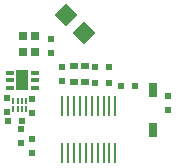
<source format=gbp>
G04*
G04 #@! TF.GenerationSoftware,Altium Limited,Altium Designer,20.0.13 (296)*
G04*
G04 Layer_Color=128*
%FSLAX25Y25*%
%MOIN*%
G70*
G01*
G75*
%ADD15R,0.02165X0.02165*%
%ADD21R,0.02165X0.02165*%
%ADD49R,0.02953X0.04724*%
%ADD50P,0.07795X4X90.0*%
%ADD51R,0.02559X0.02362*%
%ADD52R,0.04331X0.06693*%
%ADD53R,0.02559X0.01378*%
%ADD54R,0.00591X0.01968*%
%ADD55R,0.02756X0.02953*%
%ADD56R,0.00984X0.07087*%
D15*
X33200Y37500D02*
D03*
X37800D02*
D03*
X37800Y32000D02*
D03*
X33200D02*
D03*
X41700Y31000D02*
D03*
X46300D02*
D03*
X8800Y19500D02*
D03*
X4200D02*
D03*
D21*
X57500Y27800D02*
D03*
Y23200D02*
D03*
X22000Y37300D02*
D03*
Y32700D02*
D03*
X18500Y42200D02*
D03*
Y46800D02*
D03*
X12000Y26800D02*
D03*
Y22200D02*
D03*
X3890Y27124D02*
D03*
Y22524D02*
D03*
X12000Y13300D02*
D03*
Y8700D02*
D03*
X8500Y12200D02*
D03*
Y16800D02*
D03*
D49*
X52500Y29693D02*
D03*
Y16307D02*
D03*
D50*
X23438Y54733D02*
D03*
X29562Y48608D02*
D03*
D51*
X26228Y32244D02*
D03*
X29772D02*
D03*
Y37756D02*
D03*
X26228D02*
D03*
D52*
X8866Y33000D02*
D03*
D53*
X13000Y30441D02*
D03*
Y33000D02*
D03*
Y35559D02*
D03*
X4732D02*
D03*
Y33000D02*
D03*
Y30441D02*
D03*
D54*
X10000Y26000D02*
D03*
X8622D02*
D03*
X7244D02*
D03*
X5866D02*
D03*
Y23244D02*
D03*
X7244D02*
D03*
X8622D02*
D03*
X10000D02*
D03*
D55*
X9032Y47657D02*
D03*
Y42343D02*
D03*
X12969D02*
D03*
Y47657D02*
D03*
D56*
X22142Y24374D02*
D03*
Y8626D02*
D03*
X24110Y24374D02*
D03*
Y8626D02*
D03*
X26079Y24374D02*
D03*
Y8626D02*
D03*
X28047Y24374D02*
D03*
Y8626D02*
D03*
X30016Y24374D02*
D03*
Y8626D02*
D03*
X31984Y24374D02*
D03*
Y8626D02*
D03*
X33953Y24374D02*
D03*
Y8626D02*
D03*
X35921Y24374D02*
D03*
Y8626D02*
D03*
X37890Y24374D02*
D03*
Y8626D02*
D03*
X39858Y24374D02*
D03*
Y8626D02*
D03*
M02*

</source>
